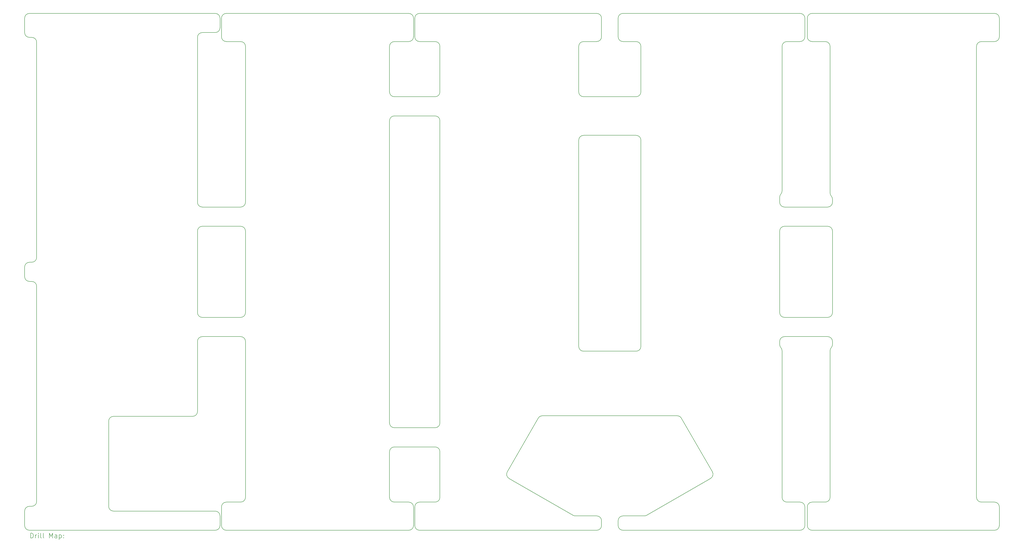
<source format=gbr>
%TF.GenerationSoftware,KiCad,Pcbnew,9.0.1*%
%TF.CreationDate,2025-04-22T22:33:04-07:00*%
%TF.ProjectId,FlexDeploySidePanels,466c6578-4465-4706-9c6f-795369646550,3.3*%
%TF.SameCoordinates,Original*%
%TF.FileFunction,Drillmap*%
%TF.FilePolarity,Positive*%
%FSLAX45Y45*%
G04 Gerber Fmt 4.5, Leading zero omitted, Abs format (unit mm)*
G04 Created by KiCad (PCBNEW 9.0.1) date 2025-04-22 22:33:04*
%MOMM*%
%LPD*%
G01*
G04 APERTURE LIST*
%ADD10C,0.200000*%
G04 APERTURE END LIST*
D10*
X24220000Y-30100000D02*
X24220000Y-28200000D01*
X25220000Y-10900000D02*
X25220000Y-10125000D01*
X18220000Y-30100000D02*
G75*
G02*
X18020000Y-30300000I-200000J0D01*
G01*
X16220000Y-19000000D02*
G75*
G02*
X16420000Y-18800000I200000J0D01*
G01*
X26320000Y-11300000D02*
X26320000Y-13200000D01*
X9320000Y-21100000D02*
G75*
G02*
X9520000Y-21300000I0J-200000D01*
G01*
X36376138Y-26800096D02*
X37668403Y-29038364D01*
X41321800Y-30300000D02*
G75*
G02*
X41521800Y-30500000I0J-200000D01*
G01*
X12720000Y-26725000D02*
X16020000Y-26725000D01*
X33741800Y-10125000D02*
G75*
G02*
X33941800Y-9925000I200000J0D01*
G01*
X41321800Y-9925000D02*
G75*
G02*
X41521800Y-10125000I0J-200000D01*
G01*
X34491800Y-15010000D02*
G75*
G02*
X34691800Y-15210000I0J-200000D01*
G01*
X49621800Y-10900000D02*
G75*
G02*
X49421800Y-11100000I-200000J0D01*
G01*
X16420000Y-18000000D02*
G75*
G02*
X16220000Y-17800000I0J200000D01*
G01*
X40571800Y-17326795D02*
X40571800Y-11300000D01*
X12720000Y-30675000D02*
G75*
G02*
X12520000Y-30475000I0J200000D01*
G01*
X33741800Y-31075000D02*
X33741800Y-31275000D01*
X9020000Y-30675000D02*
X9020000Y-31275000D01*
X25220000Y-31275000D02*
G75*
G02*
X25020000Y-31475000I-200000J0D01*
G01*
X17420000Y-11100000D02*
X18020000Y-11100000D01*
X42671800Y-23600000D02*
X42671800Y-23726795D01*
X24420000Y-28000000D02*
X26120000Y-28000000D01*
X17220000Y-10125000D02*
X17220000Y-10900000D01*
X17420000Y-31475000D02*
G75*
G02*
X17220000Y-31275000I0J200000D01*
G01*
X41521800Y-31275000D02*
G75*
G02*
X41321800Y-31475000I-200000J0D01*
G01*
X40471800Y-19000000D02*
G75*
G02*
X40671800Y-18800000I200000J0D01*
G01*
X9320000Y-10925000D02*
G75*
G02*
X9520000Y-11125000I0J-200000D01*
G01*
X25471000Y-11100000D02*
X26120000Y-11100000D01*
X33941800Y-11100000D02*
X34491800Y-11100000D01*
X9320000Y-20300000D02*
X9220000Y-20300000D01*
X49421800Y-30300000D02*
X48871800Y-30300000D01*
X17420000Y-31475000D02*
X25020000Y-31475000D01*
X26120000Y-30300000D02*
X25471000Y-30300000D01*
X18220000Y-19000000D02*
X18220000Y-22400000D01*
X16220000Y-22400000D02*
X16220000Y-19000000D01*
X25471000Y-11100000D02*
G75*
G02*
X25271000Y-10900000I0J200000D01*
G01*
X16420000Y-10725000D02*
X16960000Y-10725000D01*
X32101000Y-23810000D02*
X32101000Y-15210000D01*
X17160000Y-10525000D02*
G75*
G02*
X16960000Y-10725000I-200000J0D01*
G01*
X41521800Y-10900000D02*
G75*
G02*
X41321800Y-11100000I-200000J0D01*
G01*
X9020000Y-30675000D02*
G75*
G02*
X9220000Y-30475000I200000J0D01*
G01*
X40771800Y-11100000D02*
X41321800Y-11100000D01*
X40521800Y-23859082D02*
G75*
G02*
X40571800Y-23991370I-150000J-132288D01*
G01*
X16220000Y-10925000D02*
G75*
G02*
X16420000Y-10725000I200000J0D01*
G01*
X17220000Y-30500000D02*
X17220000Y-31275000D01*
X40671800Y-22600000D02*
G75*
G02*
X40471800Y-22400000I0J200000D01*
G01*
X16960000Y-9925000D02*
X9220000Y-9925000D01*
X42571800Y-23991370D02*
X42571800Y-30100000D01*
X33941800Y-31475000D02*
G75*
G02*
X33741800Y-31275000I0J200000D01*
G01*
X33941800Y-11100000D02*
G75*
G02*
X33741800Y-10900000I0J200000D01*
G01*
X24220000Y-13200000D02*
X24220000Y-11300000D01*
X16220000Y-23600000D02*
G75*
G02*
X16420000Y-23400000I200000J0D01*
G01*
X16420000Y-18800000D02*
X18020000Y-18800000D01*
X41321800Y-9925000D02*
X33941800Y-9925000D01*
X16220000Y-26525000D02*
X16220000Y-23600000D01*
X31859133Y-30848205D02*
X29197602Y-29311570D01*
X42671800Y-17800000D02*
G75*
G02*
X42471800Y-18000000I-200000J0D01*
G01*
X18020000Y-18000000D02*
X16420000Y-18000000D01*
X42671800Y-22400000D02*
G75*
G02*
X42471800Y-22600000I-200000J0D01*
G01*
X9220000Y-21100000D02*
X9320000Y-21100000D01*
X40471800Y-17800000D02*
X40471800Y-17591370D01*
X25020000Y-9925000D02*
X17420000Y-9925000D01*
X26120000Y-13400000D02*
X24420000Y-13400000D01*
X32101000Y-11300000D02*
G75*
G02*
X32301000Y-11100000I200000J0D01*
G01*
X24420000Y-11100000D02*
X25020000Y-11100000D01*
X42571800Y-30100000D02*
G75*
G02*
X42371800Y-30300000I-200000J0D01*
G01*
X18220000Y-11300000D02*
X18220000Y-17800000D01*
X18220000Y-17800000D02*
G75*
G02*
X18020000Y-18000000I-200000J0D01*
G01*
X24420000Y-27200000D02*
G75*
G02*
X24220000Y-27000000I0J200000D01*
G01*
X9520000Y-21300000D02*
X9520000Y-30275000D01*
X40521800Y-23859082D02*
G75*
G02*
X40471803Y-23726795I150000J132283D01*
G01*
X18020000Y-22600000D02*
X16420000Y-22600000D01*
X49421800Y-30300000D02*
G75*
G02*
X49621800Y-30500000I0J-200000D01*
G01*
X9220000Y-21100000D02*
G75*
G02*
X9020000Y-20900000I0J200000D01*
G01*
X41821800Y-31475000D02*
X49421800Y-31475000D01*
X41521800Y-31275000D02*
X41521800Y-30500000D01*
X9220000Y-31475000D02*
X16960000Y-31475000D01*
X18220000Y-22400000D02*
G75*
G02*
X18020000Y-22600000I-200000J0D01*
G01*
X29124397Y-29038364D02*
X30416662Y-26800096D01*
X34691800Y-13200000D02*
G75*
G02*
X34491800Y-13400000I-200000J0D01*
G01*
X31959133Y-30875000D02*
G75*
G02*
X31859132Y-30848206I-3J200000D01*
G01*
X40671800Y-18800000D02*
X42471800Y-18800000D01*
X30589867Y-26700096D02*
X36202933Y-26700096D01*
X26320000Y-27000000D02*
G75*
G02*
X26120000Y-27200000I-200000J0D01*
G01*
X32851000Y-9925000D02*
G75*
G02*
X33051000Y-10125000I0J-200000D01*
G01*
X25020000Y-9925000D02*
G75*
G02*
X25220000Y-10125000I0J-200000D01*
G01*
X12520000Y-26925000D02*
G75*
G02*
X12720000Y-26725000I200000J0D01*
G01*
X41321800Y-30300000D02*
X40771800Y-30300000D01*
X32851000Y-30875000D02*
X31959133Y-30875000D01*
X42371800Y-30300000D02*
X41821800Y-30300000D01*
X40671800Y-18000000D02*
G75*
G02*
X40471800Y-17800000I0J200000D01*
G01*
X37595198Y-29311570D02*
X34933667Y-30848205D01*
X25020000Y-30300000D02*
X24420000Y-30300000D01*
X34691800Y-15210000D02*
X34691800Y-23810000D01*
X25271000Y-10125000D02*
X25271000Y-10900000D01*
X25220000Y-31275000D02*
X25220000Y-30500000D01*
X42621800Y-17540918D02*
G75*
G02*
X42571800Y-17408630I150000J132288D01*
G01*
X24420000Y-13400000D02*
G75*
G02*
X24220000Y-13200000I0J200000D01*
G01*
X9020000Y-20500000D02*
X9020000Y-20900000D01*
X26120000Y-11100000D02*
G75*
G02*
X26320000Y-11300000I0J-200000D01*
G01*
X24420000Y-30300000D02*
G75*
G02*
X24220000Y-30100000I0J200000D01*
G01*
X9020000Y-20500000D02*
G75*
G02*
X9220000Y-20300000I200000J0D01*
G01*
X16960000Y-30675000D02*
G75*
G02*
X17160000Y-30875000I0J-200000D01*
G01*
X42671800Y-23726795D02*
G75*
G02*
X42621803Y-23859085I-200000J-5D01*
G01*
X49421800Y-9925000D02*
X41821800Y-9925000D01*
X25471000Y-31475000D02*
G75*
G02*
X25271000Y-31275000I0J200000D01*
G01*
X18020000Y-23400000D02*
G75*
G02*
X18220000Y-23600000I0J-200000D01*
G01*
X9520000Y-20100000D02*
G75*
G02*
X9320000Y-20300000I-200000J0D01*
G01*
X33741800Y-31075000D02*
G75*
G02*
X33941800Y-30875000I200000J0D01*
G01*
X9220000Y-10925000D02*
X9320000Y-10925000D01*
X9320000Y-30475000D02*
X9220000Y-30475000D01*
X18020000Y-30300000D02*
X17420000Y-30300000D01*
X42671800Y-19000000D02*
X42671800Y-22400000D01*
X29197602Y-29311570D02*
G75*
G02*
X29124391Y-29038361I99998J173210D01*
G01*
X26320000Y-14400000D02*
X26320000Y-27000000D01*
X41621800Y-10125000D02*
G75*
G02*
X41821800Y-9925000I200000J0D01*
G01*
X34491800Y-24010000D02*
X32301000Y-24010000D01*
X40571800Y-17326795D02*
G75*
G02*
X40521803Y-17459085I-200000J-5D01*
G01*
X9020000Y-10125000D02*
X9020000Y-10725000D01*
X17160000Y-10525000D02*
X17160000Y-10125000D01*
X9220000Y-10925000D02*
G75*
G02*
X9020000Y-10725000I0J200000D01*
G01*
X12520000Y-30475000D02*
X12520000Y-26925000D01*
X9520000Y-11125000D02*
X9520000Y-20100000D01*
X42571800Y-11300000D02*
X42571800Y-17408630D01*
X42621800Y-17540918D02*
G75*
G02*
X42671797Y-17673205I-150000J-132283D01*
G01*
X40671800Y-23400000D02*
X42471800Y-23400000D01*
X48871800Y-11100000D02*
X49421800Y-11100000D01*
X40471800Y-23726795D02*
X40471800Y-23600000D01*
X42671800Y-17673205D02*
X42671800Y-17800000D01*
X41821800Y-11100000D02*
G75*
G02*
X41621800Y-10900000I0J200000D01*
G01*
X9520000Y-30275000D02*
G75*
G02*
X9320000Y-30475000I-200000J0D01*
G01*
X26120000Y-27200000D02*
X24420000Y-27200000D01*
X24220000Y-14400000D02*
G75*
G02*
X24420000Y-14200000I200000J0D01*
G01*
X32851000Y-9925000D02*
X25471000Y-9925000D01*
X34691800Y-23810000D02*
G75*
G02*
X34491800Y-24010000I-200000J0D01*
G01*
X40571800Y-30100000D02*
X40571800Y-23991370D01*
X32301000Y-13400000D02*
G75*
G02*
X32101000Y-13200000I0J200000D01*
G01*
X24220000Y-28200000D02*
G75*
G02*
X24420000Y-28000000I200000J0D01*
G01*
X34691800Y-11300000D02*
X34691800Y-13200000D01*
X18020000Y-18800000D02*
G75*
G02*
X18220000Y-19000000I0J-200000D01*
G01*
X36202933Y-26700096D02*
G75*
G02*
X36376138Y-26800096I-3J-200004D01*
G01*
X9220000Y-31475000D02*
G75*
G02*
X9020000Y-31275000I0J200000D01*
G01*
X49621800Y-31275000D02*
X49621800Y-30500000D01*
X49621800Y-31275000D02*
G75*
G02*
X49421800Y-31475000I-200000J0D01*
G01*
X48671800Y-30100000D02*
X48671800Y-11300000D01*
X18220000Y-23600000D02*
X18220000Y-30100000D01*
X33051000Y-31275000D02*
X33051000Y-31075000D01*
X49621800Y-10900000D02*
X49621800Y-10125000D01*
X25271000Y-30500000D02*
G75*
G02*
X25471000Y-30300000I200000J0D01*
G01*
X42371800Y-11100000D02*
G75*
G02*
X42571800Y-11300000I0J-200000D01*
G01*
X33941800Y-31475000D02*
X41321800Y-31475000D01*
X17420000Y-11100000D02*
G75*
G02*
X17220000Y-10900000I0J200000D01*
G01*
X26120000Y-14200000D02*
G75*
G02*
X26320000Y-14400000I0J-200000D01*
G01*
X34491800Y-11100000D02*
G75*
G02*
X34691800Y-11300000I0J-200000D01*
G01*
X25271000Y-10125000D02*
G75*
G02*
X25471000Y-9925000I200000J0D01*
G01*
X30416662Y-26800096D02*
G75*
G02*
X30589867Y-26700096I173208J-100004D01*
G01*
X16420000Y-23400000D02*
X18020000Y-23400000D01*
X34933667Y-30848205D02*
G75*
G02*
X34833667Y-30874998I-99997J173205D01*
G01*
X41521800Y-10900000D02*
X41521800Y-10125000D01*
X33741800Y-10125000D02*
X33741800Y-10900000D01*
X16220000Y-17800000D02*
X16220000Y-10925000D01*
X42571800Y-23991370D02*
G75*
G02*
X42621800Y-23859082I200000J0D01*
G01*
X41621800Y-30500000D02*
G75*
G02*
X41821800Y-30300000I200000J0D01*
G01*
X42471800Y-22600000D02*
X40671800Y-22600000D01*
X25220000Y-10900000D02*
G75*
G02*
X25020000Y-11100000I-200000J0D01*
G01*
X34833667Y-30875000D02*
X33941800Y-30875000D01*
X18020000Y-11100000D02*
G75*
G02*
X18220000Y-11300000I0J-200000D01*
G01*
X26320000Y-13200000D02*
G75*
G02*
X26120000Y-13400000I-200000J0D01*
G01*
X40571800Y-11300000D02*
G75*
G02*
X40771800Y-11100000I200000J0D01*
G01*
X33051000Y-31275000D02*
G75*
G02*
X32851000Y-31475000I-200000J0D01*
G01*
X40471800Y-22400000D02*
X40471800Y-19000000D01*
X24220000Y-27000000D02*
X24220000Y-14400000D01*
X32301000Y-15010000D02*
X34491800Y-15010000D01*
X32851000Y-30875000D02*
G75*
G02*
X33051000Y-31075000I0J-200000D01*
G01*
X42471800Y-23400000D02*
G75*
G02*
X42671800Y-23600000I0J-200000D01*
G01*
X33051000Y-10900000D02*
G75*
G02*
X32851000Y-11100000I-200000J0D01*
G01*
X34491800Y-13400000D02*
X32301000Y-13400000D01*
X25471000Y-31475000D02*
X32851000Y-31475000D01*
X24220000Y-11300000D02*
G75*
G02*
X24420000Y-11100000I200000J0D01*
G01*
X26320000Y-28200000D02*
X26320000Y-30100000D01*
X42471800Y-18800000D02*
G75*
G02*
X42671800Y-19000000I0J-200000D01*
G01*
X42471800Y-18000000D02*
X40671800Y-18000000D01*
X41621800Y-10125000D02*
X41621800Y-10900000D01*
X37668403Y-29038364D02*
G75*
G02*
X37595194Y-29311563I-173203J-99996D01*
G01*
X33051000Y-10900000D02*
X33051000Y-10125000D01*
X25020000Y-30300000D02*
G75*
G02*
X25220000Y-30500000I0J-200000D01*
G01*
X16420000Y-22600000D02*
G75*
G02*
X16220000Y-22400000I0J200000D01*
G01*
X40471800Y-23600000D02*
G75*
G02*
X40671800Y-23400000I200000J0D01*
G01*
X9020000Y-10125000D02*
G75*
G02*
X9220000Y-9925000I200000J0D01*
G01*
X41821800Y-11100000D02*
X42371800Y-11100000D01*
X49421800Y-9925000D02*
G75*
G02*
X49621800Y-10125000I0J-200000D01*
G01*
X25271000Y-30500000D02*
X25271000Y-31275000D01*
X48671800Y-11300000D02*
G75*
G02*
X48871800Y-11100000I200000J0D01*
G01*
X40771800Y-30300000D02*
G75*
G02*
X40571800Y-30100000I0J200000D01*
G01*
X16960000Y-9925000D02*
G75*
G02*
X17160000Y-10125000I0J-200000D01*
G01*
X17160000Y-31275000D02*
X17160000Y-30875000D01*
X32301000Y-11100000D02*
X32851000Y-11100000D01*
X16960000Y-30675000D02*
X12720000Y-30675000D01*
X32101000Y-13200000D02*
X32101000Y-11300000D01*
X26320000Y-30100000D02*
G75*
G02*
X26120000Y-30300000I-200000J0D01*
G01*
X26120000Y-28000000D02*
G75*
G02*
X26320000Y-28200000I0J-200000D01*
G01*
X17220000Y-10125000D02*
G75*
G02*
X17420000Y-9925000I200000J0D01*
G01*
X40471800Y-17591370D02*
G75*
G02*
X40521800Y-17459083I200000J0D01*
G01*
X48871800Y-30300000D02*
G75*
G02*
X48671800Y-30100000I0J200000D01*
G01*
X41821800Y-31475000D02*
G75*
G02*
X41621800Y-31275000I0J200000D01*
G01*
X41621800Y-30500000D02*
X41621800Y-31275000D01*
X32101000Y-15210000D02*
G75*
G02*
X32301000Y-15010000I200000J0D01*
G01*
X17220000Y-30500000D02*
G75*
G02*
X17420000Y-30300000I200000J0D01*
G01*
X16220000Y-26525000D02*
G75*
G02*
X16020000Y-26725000I-200000J0D01*
G01*
X24420000Y-14200000D02*
X26120000Y-14200000D01*
X17160000Y-31275000D02*
G75*
G02*
X16960000Y-31475000I-200000J0D01*
G01*
X32301000Y-24010000D02*
G75*
G02*
X32101000Y-23810000I0J200000D01*
G01*
X9270777Y-31796484D02*
X9270777Y-31596484D01*
X9270777Y-31596484D02*
X9318396Y-31596484D01*
X9318396Y-31596484D02*
X9346967Y-31606008D01*
X9346967Y-31606008D02*
X9366015Y-31625055D01*
X9366015Y-31625055D02*
X9375539Y-31644103D01*
X9375539Y-31644103D02*
X9385063Y-31682198D01*
X9385063Y-31682198D02*
X9385063Y-31710769D01*
X9385063Y-31710769D02*
X9375539Y-31748865D01*
X9375539Y-31748865D02*
X9366015Y-31767912D01*
X9366015Y-31767912D02*
X9346967Y-31786960D01*
X9346967Y-31786960D02*
X9318396Y-31796484D01*
X9318396Y-31796484D02*
X9270777Y-31796484D01*
X9470777Y-31796484D02*
X9470777Y-31663150D01*
X9470777Y-31701246D02*
X9480301Y-31682198D01*
X9480301Y-31682198D02*
X9489824Y-31672674D01*
X9489824Y-31672674D02*
X9508872Y-31663150D01*
X9508872Y-31663150D02*
X9527920Y-31663150D01*
X9594586Y-31796484D02*
X9594586Y-31663150D01*
X9594586Y-31596484D02*
X9585063Y-31606008D01*
X9585063Y-31606008D02*
X9594586Y-31615531D01*
X9594586Y-31615531D02*
X9604110Y-31606008D01*
X9604110Y-31606008D02*
X9594586Y-31596484D01*
X9594586Y-31596484D02*
X9594586Y-31615531D01*
X9718396Y-31796484D02*
X9699348Y-31786960D01*
X9699348Y-31786960D02*
X9689824Y-31767912D01*
X9689824Y-31767912D02*
X9689824Y-31596484D01*
X9823158Y-31796484D02*
X9804110Y-31786960D01*
X9804110Y-31786960D02*
X9794586Y-31767912D01*
X9794586Y-31767912D02*
X9794586Y-31596484D01*
X10051729Y-31796484D02*
X10051729Y-31596484D01*
X10051729Y-31596484D02*
X10118396Y-31739341D01*
X10118396Y-31739341D02*
X10185063Y-31596484D01*
X10185063Y-31596484D02*
X10185063Y-31796484D01*
X10366015Y-31796484D02*
X10366015Y-31691722D01*
X10366015Y-31691722D02*
X10356491Y-31672674D01*
X10356491Y-31672674D02*
X10337444Y-31663150D01*
X10337444Y-31663150D02*
X10299348Y-31663150D01*
X10299348Y-31663150D02*
X10280301Y-31672674D01*
X10366015Y-31786960D02*
X10346967Y-31796484D01*
X10346967Y-31796484D02*
X10299348Y-31796484D01*
X10299348Y-31796484D02*
X10280301Y-31786960D01*
X10280301Y-31786960D02*
X10270777Y-31767912D01*
X10270777Y-31767912D02*
X10270777Y-31748865D01*
X10270777Y-31748865D02*
X10280301Y-31729817D01*
X10280301Y-31729817D02*
X10299348Y-31720293D01*
X10299348Y-31720293D02*
X10346967Y-31720293D01*
X10346967Y-31720293D02*
X10366015Y-31710769D01*
X10461253Y-31663150D02*
X10461253Y-31863150D01*
X10461253Y-31672674D02*
X10480301Y-31663150D01*
X10480301Y-31663150D02*
X10518396Y-31663150D01*
X10518396Y-31663150D02*
X10537444Y-31672674D01*
X10537444Y-31672674D02*
X10546967Y-31682198D01*
X10546967Y-31682198D02*
X10556491Y-31701246D01*
X10556491Y-31701246D02*
X10556491Y-31758388D01*
X10556491Y-31758388D02*
X10546967Y-31777436D01*
X10546967Y-31777436D02*
X10537444Y-31786960D01*
X10537444Y-31786960D02*
X10518396Y-31796484D01*
X10518396Y-31796484D02*
X10480301Y-31796484D01*
X10480301Y-31796484D02*
X10461253Y-31786960D01*
X10642205Y-31777436D02*
X10651729Y-31786960D01*
X10651729Y-31786960D02*
X10642205Y-31796484D01*
X10642205Y-31796484D02*
X10632682Y-31786960D01*
X10632682Y-31786960D02*
X10642205Y-31777436D01*
X10642205Y-31777436D02*
X10642205Y-31796484D01*
X10642205Y-31672674D02*
X10651729Y-31682198D01*
X10651729Y-31682198D02*
X10642205Y-31691722D01*
X10642205Y-31691722D02*
X10632682Y-31682198D01*
X10632682Y-31682198D02*
X10642205Y-31672674D01*
X10642205Y-31672674D02*
X10642205Y-31691722D01*
M02*

</source>
